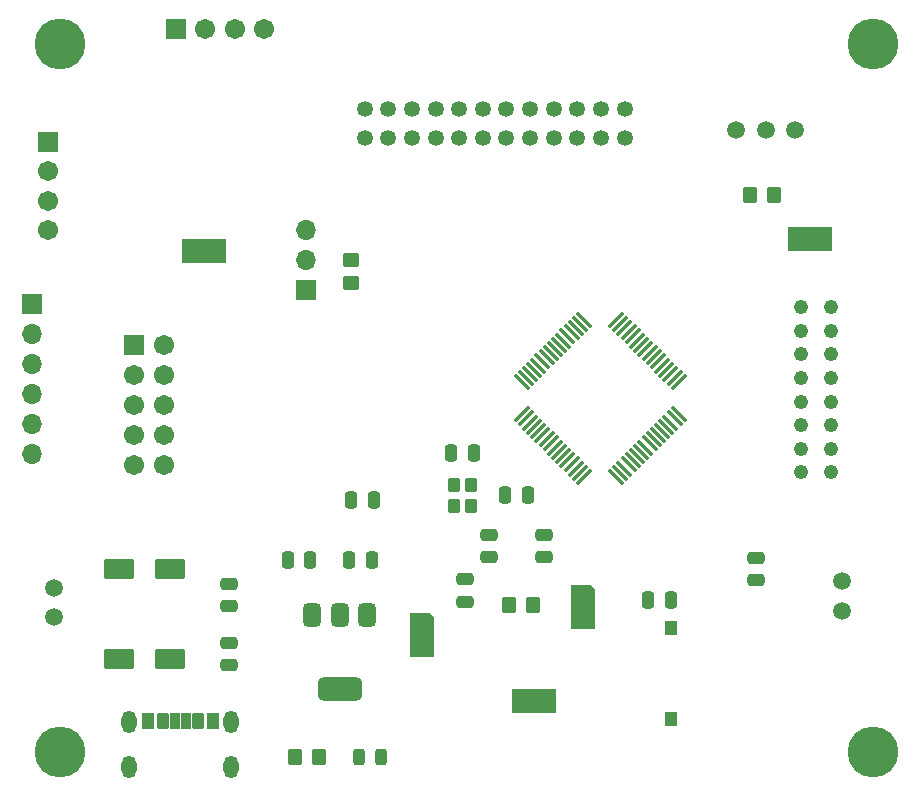
<source format=gbr>
%TF.GenerationSoftware,KiCad,Pcbnew,8.0.8-8.0.8-0~ubuntu24.04.1*%
%TF.CreationDate,2025-08-12T19:22:18-04:00*%
%TF.ProjectId,mainboard,6d61696e-626f-4617-9264-2e6b69636164,rev?*%
%TF.SameCoordinates,Original*%
%TF.FileFunction,Soldermask,Top*%
%TF.FilePolarity,Negative*%
%FSLAX46Y46*%
G04 Gerber Fmt 4.6, Leading zero omitted, Abs format (unit mm)*
G04 Created by KiCad (PCBNEW 8.0.8-8.0.8-0~ubuntu24.04.1) date 2025-08-12 19:22:18*
%MOMM*%
%LPD*%
G01*
G04 APERTURE LIST*
G04 Aperture macros list*
%AMRoundRect*
0 Rectangle with rounded corners*
0 $1 Rounding radius*
0 $2 $3 $4 $5 $6 $7 $8 $9 X,Y pos of 4 corners*
0 Add a 4 corners polygon primitive as box body*
4,1,4,$2,$3,$4,$5,$6,$7,$8,$9,$2,$3,0*
0 Add four circle primitives for the rounded corners*
1,1,$1+$1,$2,$3*
1,1,$1+$1,$4,$5*
1,1,$1+$1,$6,$7*
1,1,$1+$1,$8,$9*
0 Add four rect primitives between the rounded corners*
20,1,$1+$1,$2,$3,$4,$5,0*
20,1,$1+$1,$4,$5,$6,$7,0*
20,1,$1+$1,$6,$7,$8,$9,0*
20,1,$1+$1,$8,$9,$2,$3,0*%
%AMRotRect*
0 Rectangle, with rotation*
0 The origin of the aperture is its center*
0 $1 length*
0 $2 width*
0 $3 Rotation angle, in degrees counterclockwise*
0 Add horizontal line*
21,1,$1,$2,0,0,$3*%
%AMOutline5P*
0 Free polygon, 5 corners , with rotation*
0 The origin of the aperture is its center*
0 number of corners: always 5*
0 $1 to $10 corner X, Y*
0 $11 Rotation angle, in degrees counterclockwise*
0 create outline with 5 corners*
4,1,5,$1,$2,$3,$4,$5,$6,$7,$8,$9,$10,$1,$2,$11*%
%AMOutline6P*
0 Free polygon, 6 corners , with rotation*
0 The origin of the aperture is its center*
0 number of corners: always 6*
0 $1 to $12 corner X, Y*
0 $13 Rotation angle, in degrees counterclockwise*
0 create outline with 6 corners*
4,1,6,$1,$2,$3,$4,$5,$6,$7,$8,$9,$10,$11,$12,$1,$2,$13*%
%AMOutline7P*
0 Free polygon, 7 corners , with rotation*
0 The origin of the aperture is its center*
0 number of corners: always 7*
0 $1 to $14 corner X, Y*
0 $15 Rotation angle, in degrees counterclockwise*
0 create outline with 7 corners*
4,1,7,$1,$2,$3,$4,$5,$6,$7,$8,$9,$10,$11,$12,$13,$14,$1,$2,$15*%
%AMOutline8P*
0 Free polygon, 8 corners , with rotation*
0 The origin of the aperture is its center*
0 number of corners: always 8*
0 $1 to $16 corner X, Y*
0 $17 Rotation angle, in degrees counterclockwise*
0 create outline with 8 corners*
4,1,8,$1,$2,$3,$4,$5,$6,$7,$8,$9,$10,$11,$12,$13,$14,$15,$16,$1,$2,$17*%
G04 Aperture macros list end*
%ADD10RoundRect,0.102000X-0.355600X-0.596900X0.355600X-0.596900X0.355600X0.596900X-0.355600X0.596900X0*%
%ADD11RoundRect,0.102000X-0.381000X-0.596900X0.381000X-0.596900X0.381000X0.596900X-0.381000X0.596900X0*%
%ADD12RoundRect,0.102000X-0.406400X-0.596900X0.406400X-0.596900X0.406400X0.596900X-0.406400X0.596900X0*%
%ADD13O,1.296200X1.905800*%
%ADD14C,0.609600*%
%ADD15RoundRect,0.250000X-0.475000X0.250000X-0.475000X-0.250000X0.475000X-0.250000X0.475000X0.250000X0*%
%ADD16RoundRect,0.250000X0.475000X-0.250000X0.475000X0.250000X-0.475000X0.250000X-0.475000X-0.250000X0*%
%ADD17RoundRect,0.250000X0.250000X0.475000X-0.250000X0.475000X-0.250000X-0.475000X0.250000X-0.475000X0*%
%ADD18RoundRect,0.250000X0.350000X0.450000X-0.350000X0.450000X-0.350000X-0.450000X0.350000X-0.450000X0*%
%ADD19RoundRect,0.250000X-0.250000X-0.475000X0.250000X-0.475000X0.250000X0.475000X-0.250000X0.475000X0*%
%ADD20R,3.800000X2.000000*%
%ADD21RoundRect,0.102000X-0.754000X0.754000X-0.754000X-0.754000X0.754000X-0.754000X0.754000X0.754000X0*%
%ADD22C,1.712000*%
%ADD23R,1.700000X1.700000*%
%ADD24O,1.700000X1.700000*%
%ADD25RoundRect,0.250000X-0.450000X0.350000X-0.450000X-0.350000X0.450000X-0.350000X0.450000X0.350000X0*%
%ADD26RotRect,0.279400X1.778000X135.000000*%
%ADD27RotRect,0.279400X1.778000X45.000000*%
%ADD28C,4.300000*%
%ADD29RoundRect,0.219250X1.047750X0.657750X-1.047750X0.657750X-1.047750X-0.657750X1.047750X-0.657750X0*%
%ADD30RoundRect,0.102000X-0.400000X0.450000X-0.400000X-0.450000X0.400000X-0.450000X0.400000X0.450000X0*%
%ADD31C,1.219200*%
%ADD32Outline5P,-1.900000X0.600000X-1.500000X1.000000X1.900000X1.000000X1.900000X-1.000000X-1.900000X-1.000000X270.000000*%
%ADD33C,1.498600*%
%ADD34RoundRect,0.250000X-0.350000X-0.450000X0.350000X-0.450000X0.350000X0.450000X-0.350000X0.450000X0*%
%ADD35RoundRect,0.375000X-0.375000X0.625000X-0.375000X-0.625000X0.375000X-0.625000X0.375000X0.625000X0*%
%ADD36RoundRect,0.500000X-1.400000X0.500000X-1.400000X-0.500000X1.400000X-0.500000X1.400000X0.500000X0*%
%ADD37C,1.346200*%
%ADD38R,1.000000X1.250000*%
%ADD39RoundRect,0.102000X-0.754000X-0.754000X0.754000X-0.754000X0.754000X0.754000X-0.754000X0.754000X0*%
%ADD40RoundRect,0.243750X-0.243750X-0.456250X0.243750X-0.456250X0.243750X0.456250X-0.243750X0.456250X0*%
G04 APERTURE END LIST*
D10*
%TO.C,J8*%
X79272000Y-89072600D03*
D11*
X81292000Y-89072600D03*
D12*
X82522000Y-89072600D03*
D10*
X80272000Y-89072600D03*
D11*
X78252060Y-89072720D03*
D12*
X77022060Y-89072720D03*
D13*
X75452000Y-89152600D03*
X84092000Y-89152600D03*
X75452000Y-92952600D03*
X84092000Y-92952600D03*
D14*
X75454000Y-93250000D03*
X84090000Y-92665800D03*
X84090000Y-93250000D03*
X75454000Y-88855800D03*
X75454000Y-89440000D03*
X84090000Y-88855800D03*
X84090000Y-89440000D03*
X75454000Y-92665800D03*
%TD*%
D15*
%TO.C,C1*%
X83848440Y-77478001D03*
X83848440Y-79377999D03*
%TD*%
D16*
%TO.C,C11*%
X103839000Y-78977999D03*
X103839000Y-77078001D03*
%TD*%
D17*
%TO.C,C3*%
X90738997Y-75428000D03*
X88838999Y-75428000D03*
%TD*%
D18*
%TO.C,FB1*%
X109589000Y-79278000D03*
X107589000Y-79278000D03*
%TD*%
D19*
%TO.C,C5*%
X94239000Y-70390000D03*
X96138998Y-70390000D03*
%TD*%
D16*
%TO.C,C10*%
X110589000Y-75227999D03*
X110589000Y-73328001D03*
%TD*%
D20*
%TO.C,TP7*%
X81804000Y-49308000D03*
%TD*%
D21*
%TO.C,J7*%
X75812000Y-57265500D03*
D22*
X78352000Y-57265500D03*
X75812000Y-59805500D03*
X78352000Y-59805500D03*
X75811999Y-62345500D03*
X78352001Y-62345500D03*
X75812000Y-64885500D03*
X78352000Y-64885500D03*
X75812000Y-67425500D03*
X78352000Y-67425500D03*
%TD*%
D16*
%TO.C,C13*%
X128540000Y-77181999D03*
X128540000Y-75282001D03*
%TD*%
D23*
%TO.C,J6*%
X67199000Y-53753000D03*
D24*
X67199000Y-56293000D03*
X67199000Y-58832999D03*
X67199000Y-61373000D03*
X67199000Y-63913000D03*
X67199000Y-66453000D03*
%TD*%
D19*
%TO.C,C15*%
X107261001Y-69984000D03*
X109160999Y-69984000D03*
%TD*%
D25*
%TO.C,R8*%
X94239000Y-50028000D03*
X94239000Y-52028000D03*
%TD*%
D26*
%TO.C,U3*%
X108646761Y-63107812D03*
X109000314Y-63461364D03*
X109353868Y-63814919D03*
X109707421Y-64168471D03*
X110060976Y-64522026D03*
X110414528Y-64875579D03*
X110768081Y-65229131D03*
X111121635Y-65582686D03*
X111475188Y-65936239D03*
X111828743Y-66289793D03*
X112182295Y-66643346D03*
X112535848Y-66996898D03*
X112889403Y-67350453D03*
X113242955Y-67704006D03*
X113596510Y-68057560D03*
X113950062Y-68411113D03*
D27*
X116657150Y-68411113D03*
X117010702Y-68057560D03*
X117364257Y-67704006D03*
X117717809Y-67350453D03*
X118071364Y-66996898D03*
X118424917Y-66643346D03*
X118778469Y-66289793D03*
X119132024Y-65936239D03*
X119485577Y-65582686D03*
X119839131Y-65229131D03*
X120192684Y-64875579D03*
X120546236Y-64522026D03*
X120899791Y-64168471D03*
X121253344Y-63814919D03*
X121606898Y-63461364D03*
X121960451Y-63107812D03*
D26*
X121960451Y-60400724D03*
X121606898Y-60047172D03*
X121253344Y-59693617D03*
X120899791Y-59340065D03*
X120546236Y-58986510D03*
X120192684Y-58632957D03*
X119839131Y-58279405D03*
X119485577Y-57925850D03*
X119132024Y-57572297D03*
X118778469Y-57218743D03*
X118424917Y-56865190D03*
X118071364Y-56511638D03*
X117717809Y-56158083D03*
X117364257Y-55804530D03*
X117010702Y-55450976D03*
X116657150Y-55097423D03*
D27*
X113950062Y-55097423D03*
X113596510Y-55450976D03*
X113242955Y-55804530D03*
X112889403Y-56158083D03*
X112535848Y-56511638D03*
X112182295Y-56865190D03*
X111828743Y-57218743D03*
X111475188Y-57572297D03*
X111121635Y-57925850D03*
X110768081Y-58279405D03*
X110414528Y-58632957D03*
X110060976Y-58986510D03*
X109707421Y-59340065D03*
X109353868Y-59693617D03*
X109000314Y-60047172D03*
X108646761Y-60400724D03*
%TD*%
D28*
%TO.C,H1*%
X69612000Y-31782000D03*
%TD*%
D29*
%TO.C,D1*%
X78859000Y-76232000D03*
X74589000Y-76232000D03*
%TD*%
D30*
%TO.C,Y1*%
X102889001Y-69059000D03*
X102889001Y-70909000D03*
X104339001Y-70909000D03*
X104339001Y-69059000D03*
%TD*%
D17*
%TO.C,C14*%
X104588999Y-66428000D03*
X102689001Y-66428000D03*
%TD*%
D28*
%TO.C,H3*%
X69612000Y-91726000D03*
%TD*%
D31*
%TO.C,U1*%
X132299000Y-68028000D03*
X132299000Y-66028001D03*
X132299000Y-64028000D03*
X132299000Y-62028001D03*
X132299000Y-60028000D03*
X132299000Y-58028002D03*
X132299000Y-56028001D03*
X132299000Y-54028000D03*
X134839000Y-68028000D03*
X134839000Y-66028001D03*
X134839000Y-64028000D03*
X134839000Y-62028001D03*
X134839000Y-60028000D03*
X134839000Y-58028002D03*
X134839000Y-56028001D03*
X134839000Y-54028000D03*
%TD*%
D28*
%TO.C,H2*%
X138446000Y-31782000D03*
%TD*%
D20*
%TO.C,TP5*%
X109744000Y-87408000D03*
%TD*%
D17*
%TO.C,C4*%
X95961999Y-75470000D03*
X94062001Y-75470000D03*
%TD*%
D32*
%TO.C,TP1*%
X113839000Y-79428000D03*
%TD*%
D29*
%TO.C,D3*%
X78859000Y-83852000D03*
X74589000Y-83852000D03*
%TD*%
D33*
%TO.C,J5*%
X131839000Y-39028000D03*
X129339000Y-39028000D03*
X126839000Y-39028000D03*
%TD*%
D34*
%TO.C,R1*%
X89502060Y-92127424D03*
X91502060Y-92127424D03*
%TD*%
D35*
%TO.C,U2*%
X95539000Y-80078000D03*
X93239000Y-80078001D03*
D36*
X93239000Y-86377999D03*
D35*
X90939000Y-80078000D03*
%TD*%
D21*
%TO.C,J2*%
X68596000Y-40030002D03*
D22*
X68596000Y-42530002D03*
X68596000Y-45030000D03*
X68596000Y-47530000D03*
%TD*%
D34*
%TO.C,R13*%
X128021300Y-44532799D03*
X130021300Y-44532799D03*
%TD*%
D15*
%TO.C,C2*%
X83848440Y-82478001D03*
X83848440Y-84377999D03*
%TD*%
D16*
%TO.C,C9*%
X105934000Y-75227998D03*
X105934000Y-73328000D03*
%TD*%
D37*
%TO.C,J1*%
X95372399Y-37226306D03*
X95372399Y-39726306D03*
X97372400Y-37226306D03*
X97372400Y-39726306D03*
X99372398Y-37226306D03*
X99372398Y-39726306D03*
X101372400Y-37226306D03*
X101372400Y-39726306D03*
X103372398Y-37226306D03*
X103372398Y-39726306D03*
X105372399Y-37226306D03*
X105372399Y-39726306D03*
X107372400Y-37226306D03*
X107372400Y-39726306D03*
X109372399Y-37226306D03*
X109372399Y-39726306D03*
X111372400Y-37226306D03*
X111372400Y-39726306D03*
X113372398Y-37226306D03*
X113372398Y-39726306D03*
X115372399Y-37226306D03*
X115372399Y-39726306D03*
X117372398Y-37226306D03*
X117372398Y-39726306D03*
%TD*%
D17*
%TO.C,C12*%
X121292006Y-78856079D03*
X119392008Y-78856079D03*
%TD*%
D38*
%TO.C,SW1*%
X121301000Y-81185000D03*
X121301000Y-88935000D03*
%TD*%
D39*
%TO.C,J3*%
X79384002Y-30512000D03*
D22*
X81884002Y-30512000D03*
X84384000Y-30512000D03*
X86884000Y-30512000D03*
%TD*%
D23*
%TO.C,SW3*%
X90440000Y-52568000D03*
D24*
X90440000Y-50028000D03*
X90440000Y-47488001D03*
%TD*%
D40*
%TO.C,D2*%
X94914559Y-92127424D03*
X96789561Y-92127424D03*
%TD*%
D20*
%TO.C,TP3*%
X133039000Y-48228000D03*
%TD*%
D33*
%TO.C,SW2*%
X135779000Y-77248000D03*
X135779000Y-79748000D03*
%TD*%
%TO.C,J4*%
X69104000Y-80296000D03*
X69104000Y-77796000D03*
%TD*%
D28*
%TO.C,H4*%
X138446000Y-91726000D03*
%TD*%
D32*
%TO.C,TP2*%
X100239000Y-81828000D03*
%TD*%
M02*

</source>
